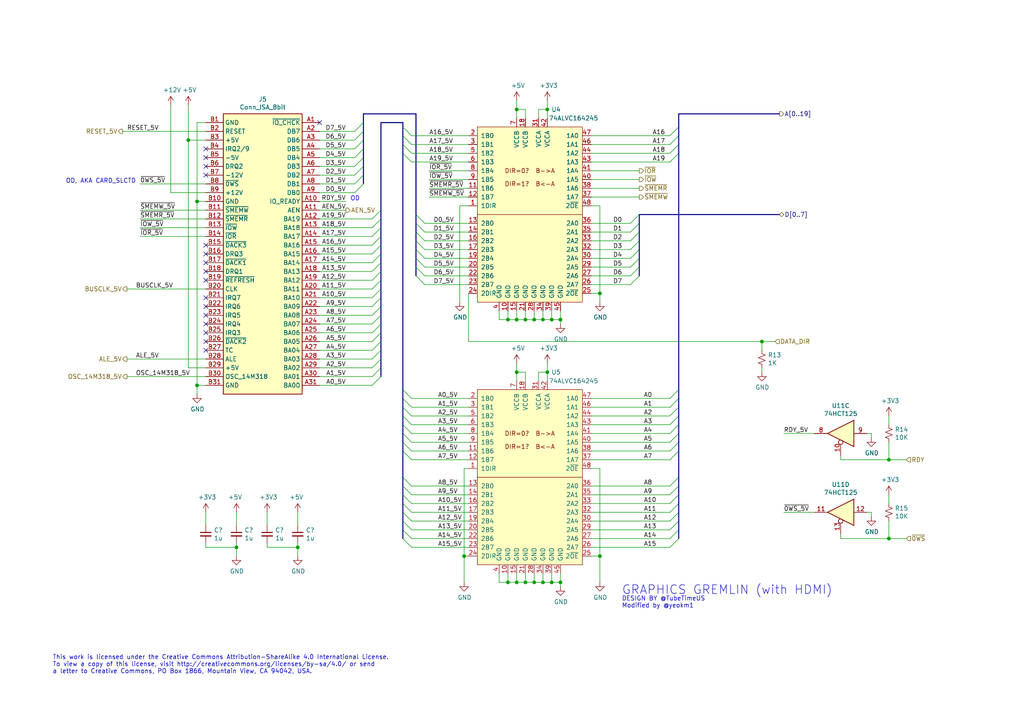
<source format=kicad_sch>
(kicad_sch (version 20230121) (generator eeschema)
  (paper "A4")
  (title_block (title "ISA Bus Interface") (date "2023-09-17") (rev "2.2"))
  (lib_symbols
    (symbol "74xx:74LS125" (pin_names (offset 1.016))
      (property "Reference" "U" (at 0 1.27 0))
      (property "Value" "74LS125" (at 0 -1.27 0))
      (symbol "74LS125_1_0"
        (polyline (pts (xy -3.81 3.81) (xy -3.81 -3.81) (xy 3.81 0) (xy -3.81 3.81)) (stroke (width 0.254)) (fill (type background)))
        (pin input inverted (at 0 -6.35 90) (length 4.445) (name "~") (number "1"))
        (pin input line (at -7.62 0 0) (length 3.81) (name "~") (number "2"))
        (pin tri_state line (at 7.62 0 180) (length 3.81) (name "~") (number "3"))
      )
      (symbol "74LS125_2_0"
        (polyline (pts (xy -3.81 3.81) (xy -3.81 -3.81) (xy 3.81 0) (xy -3.81 3.81)) (stroke (width 0.254)) (fill (type background)))
        (pin input inverted (at 0 -6.35 90) (length 4.445) (name "~") (number "4"))
        (pin input line (at -7.62 0 0) (length 3.81) (name "~") (number "5"))
        (pin tri_state line (at 7.62 0 180) (length 3.81) (name "~") (number "6"))
      )
      (symbol "74LS125_3_0"
        (polyline (pts (xy -3.81 3.81) (xy -3.81 -3.81) (xy 3.81 0) (xy -3.81 3.81)) (stroke (width 0.254)) (fill (type background)))
        (pin input inverted (at 0 -6.35 90) (length 4.445) (name "~") (number "10"))
        (pin tri_state line (at 7.62 0 180) (length 3.81) (name "~") (number "8"))
        (pin input line (at -7.62 0 0) (length 3.81) (name "~") (number "9"))
      )
      (symbol "74LS125_4_0"
        (polyline (pts (xy -3.81 3.81) (xy -3.81 -3.81) (xy 3.81 0) (xy -3.81 3.81)) (stroke (width 0.254)) (fill (type background)))
        (pin tri_state line (at 7.62 0 180) (length 3.81) (name "~") (number "11"))
        (pin input line (at -7.62 0 0) (length 3.81) (name "~") (number "12"))
        (pin input inverted (at 0 -6.35 90) (length 4.445) (name "~") (number "13"))
      )
      (symbol "74LS125_5_0"
        (pin power_in line (at 0 12.7 270) (length 5.08) (name "VCC") (number "14"))
        (pin power_in line (at 0 -12.7 90) (length 5.08) (name "GND") (number "7"))
      )
      (symbol "74LS125_5_1"
        (rectangle (start -5.08 7.62) (end 5.08 -7.62) (stroke (width 0.254)) (fill (type background)))
      )
    )
    (symbol "Device:C_Small" (pin_numbers hide) (pin_names (offset 0.254) hide)
      (property "Reference" "C" (at 0.254 1.778 0))
      (property "Value" "C_Small" (at 0.254 -2.032 0))
      (symbol "C_Small_0_1"
        (polyline (pts (xy -1.524 -0.508) (xy 1.524 -0.508)) (stroke (width 0.3302)))
        (polyline (pts (xy -1.524 0.508) (xy 1.524 0.508)) (stroke (width 0.3048)))
      )
      (symbol "C_Small_1_1"
        (pin passive line (at 0 2.54 270) (length 2.032) (name "~") (number "1"))
        (pin passive line (at 0 -2.54 90) (length 2.032) (name "~") (number "2"))
      )
    )
    (symbol "Device:R_Small_US" (pin_numbers hide) (pin_names (offset 0.254) hide)
      (property "Reference" "R" (at 0.762 0.508 0))
      (property "Value" "R_Small_US" (at 0.762 -1.016 0))
      (symbol "R_Small_US_1_1"
        (polyline (pts (xy 0 0) (xy 1.016 -0.381) (xy 0 -0.762) (xy -1.016 -1.143) (xy 0 -1.524)))
        (polyline (pts (xy 0 1.524) (xy 1.016 1.143) (xy 0 0.762) (xy -1.016 0.381) (xy 0 0)))
        (pin passive line (at 0 2.54 270) (length 1.016) (name "~") (number "1"))
        (pin passive line (at 0 -2.54 90) (length 1.016) (name "~") (number "2"))
      )
    )
    (symbol "isavideo-rescue:74ALVC164245-logic" (pin_names (offset 1.016))
      (property "Reference" "U" (at 24.13 3.81 0))
      (property "Value" "74ALVC164245-logic" (at 29.21 1.27 0))
      (symbol "74ALVC164245-logic_0_0"
        (text "DIR=0?  B->A" (at 15.24 -12.7 0) (effects (font (size 1.27 1.27))))
        (text "DIR=1?  B<-A" (at 15.24 -16.51 0) (effects (font (size 1.27 1.27))))
      )
      (symbol "74ALVC164245-logic_0_1"
        (polyline (pts (xy 0 -25.4) (xy 30.48 -25.4)))
        (rectangle (start 0 0) (end 30.48 -50.8) (fill (type background)))
      )
      (symbol "74ALVC164245-logic_1_1"
        (pin input line (at -2.54 -22.86 0) (length 2.54) (name "1DIR") (number "1"))
        (pin power_in line (at 8.89 -53.34 90) (length 2.54) (name "GND") (number "10"))
        (pin bidirectional line (at -2.54 -17.78 0) (length 2.54) (name "1B6") (number "11"))
        (pin bidirectional line (at -2.54 -20.32 0) (length 2.54) (name "1B7") (number "12"))
        (pin bidirectional line (at -2.54 -27.94 0) (length 2.54) (name "2B0") (number "13"))
        (pin bidirectional line (at -2.54 -30.48 0) (length 2.54) (name "2B1") (number "14"))
        (pin power_in line (at 11.43 -53.34 90) (length 2.54) (name "GND") (number "15"))
        (pin bidirectional line (at -2.54 -33.02 0) (length 2.54) (name "2B2") (number "16"))
        (pin bidirectional line (at -2.54 -35.56 0) (length 2.54) (name "2B3") (number "17"))
        (pin power_in line (at 13.97 2.54 270) (length 2.54) (name "VCCB") (number "18"))
        (pin bidirectional line (at -2.54 -38.1 0) (length 2.54) (name "2B4") (number "19"))
        (pin bidirectional line (at -2.54 -2.54 0) (length 2.54) (name "1B0") (number "2"))
        (pin bidirectional line (at -2.54 -40.64 0) (length 2.54) (name "2B5") (number "20"))
        (pin power_in line (at 13.97 -53.34 90) (length 2.54) (name "GND") (number "21"))
        (pin bidirectional line (at -2.54 -43.18 0) (length 2.54) (name "2B6") (number "22"))
        (pin bidirectional line (at -2.54 -45.72 0) (length 2.54) (name "2B7") (number "23"))
        (pin input line (at -2.54 -48.26 0) (length 2.54) (name "2DIR") (number "24"))
        (pin input line (at 33.02 -48.26 180) (length 2.54) (name "2~{OE}") (number "25"))
        (pin bidirectional line (at 33.02 -45.72 180) (length 2.54) (name "2A7") (number "26"))
        (pin bidirectional line (at 33.02 -43.18 180) (length 2.54) (name "2A6") (number "27"))
        (pin power_in line (at 16.51 -53.34 90) (length 2.54) (name "GND") (number "28"))
        (pin bidirectional line (at 33.02 -40.64 180) (length 2.54) (name "2A5") (number "29"))
        (pin bidirectional line (at -2.54 -5.08 0) (length 2.54) (name "1B1") (number "3"))
        (pin bidirectional line (at 33.02 -38.1 180) (length 2.54) (name "2A4") (number "30"))
        (pin power_in line (at 17.78 2.54 270) (length 2.54) (name "VCCA") (number "31"))
        (pin bidirectional line (at 33.02 -35.56 180) (length 2.54) (name "2A3") (number "32"))
        (pin bidirectional line (at 33.02 -33.02 180) (length 2.54) (name "2A2") (number "33"))
        (pin power_in line (at 19.05 -53.34 90) (length 2.54) (name "GND") (number "34"))
        (pin bidirectional line (at 33.02 -30.48 180) (length 2.54) (name "2A1") (number "35"))
        (pin bidirectional line (at 33.02 -27.94 180) (length 2.54) (name "2A0") (number "36"))
        (pin bidirectional line (at 33.02 -20.32 180) (length 2.54) (name "1A7") (number "37"))
        (pin bidirectional line (at 33.02 -17.78 180) (length 2.54) (name "1A6") (number "38"))
        (pin power_in line (at 21.59 -53.34 90) (length 2.54) (name "GND") (number "39"))
        (pin power_in line (at 6.35 -53.34 90) (length 2.54) (name "GND") (number "4"))
        (pin bidirectional line (at 33.02 -15.24 180) (length 2.54) (name "1A5") (number "40"))
        (pin bidirectional line (at 33.02 -12.7 180) (length 2.54) (name "1A4") (number "41"))
        (pin power_in line (at 20.32 2.54 270) (length 2.54) (name "VCCA") (number "42"))
        (pin bidirectional line (at 33.02 -10.16 180) (length 2.54) (name "1A3") (number "43"))
        (pin bidirectional line (at 33.02 -7.62 180) (length 2.54) (name "1A2") (number "44"))
        (pin power_in line (at 24.13 -53.34 90) (length 2.54) (name "GND") (number "45"))
        (pin bidirectional line (at 33.02 -5.08 180) (length 2.54) (name "1A1") (number "46"))
        (pin bidirectional line (at 33.02 -2.54 180) (length 2.54) (name "1A0") (number "47"))
        (pin bidirectional line (at 33.02 -22.86 180) (length 2.54) (name "2~{OE}") (number "48"))
        (pin bidirectional line (at -2.54 -7.62 0) (length 2.54) (name "1B2") (number "5"))
        (pin bidirectional line (at -2.54 -10.16 0) (length 2.54) (name "1B3") (number "6"))
        (pin power_in line (at 11.43 2.54 270) (length 2.54) (name "VCCB") (number "7"))
        (pin bidirectional line (at -2.54 -12.7 0) (length 2.54) (name "1B4") (number "8"))
        (pin bidirectional line (at -2.54 -15.24 0) (length 2.54) (name "1B5") (number "9"))
      )
    )
    (symbol "isavideo-rescue:Conn_ISA_8bit-connectors"
      (property "Reference" "J" (at 11.43 1.905 0))
      (property "Value" "Conn_ISA_8bit-connectors" (at 11.43 -82.55 0))
      (symbol "Conn_ISA_8bit-connectors_0_1"
        (rectangle (start 0 -81.28) (end 22.86 0) (stroke (width 0.254)) (fill (type background)))
      )
      (symbol "Conn_ISA_8bit-connectors_1_1"
        (pin passive line (at 27.94 -2.54 180) (length 5.08) (name "~{IO_CHCK}") (number "A1"))
        (pin passive line (at 27.94 -25.4 180) (length 5.08) (name "IO_READY") (number "A10"))
        (pin output line (at 27.94 -27.94 180) (length 5.08) (name "AEN") (number "A11"))
        (pin tri_state line (at 27.94 -30.48 180) (length 5.08) (name "BA19") (number "A12"))
        (pin tri_state line (at 27.94 -33.02 180) (length 5.08) (name "BA18") (number "A13"))
        (pin tri_state line (at 27.94 -35.56 180) (length 5.08) (name "BA17") (number "A14"))
        (pin tri_state line (at 27.94 -38.1 180) (length 5.08) (name "BA16") (number "A15"))
        (pin tri_state line (at 27.94 -40.64 180) (length 5.08) (name "BA15") (number "A16"))
        (pin tri_state line (at 27.94 -43.18 180) (length 5.08) (name "BA14") (number "A17"))
        (pin tri_state line (at 27.94 -45.72 180) (length 5.08) (name "BA13") (number "A18"))
        (pin tri_state line (at 27.94 -48.26 180) (length 5.08) (name "BA12") (number "A19"))
        (pin tri_state line (at 27.94 -5.08 180) (length 5.08) (name "DB7") (number "A2"))
        (pin tri_state line (at 27.94 -50.8 180) (length 5.08) (name "BA11") (number "A20"))
        (pin tri_state line (at 27.94 -53.34 180) (length 5.08) (name "BA10") (number "A21"))
        (pin tri_state line (at 27.94 -55.88 180) (length 5.08) (name "BA09") (number "A22"))
        (pin tri_state line (at 27.94 -58.42 180) (length 5.08) (name "BA08") (number "A23"))
        (pin tri_state line (at 27.94 -60.96 180) (length 5.08) (name "BA07") (number "A24"))
        (pin tri_state line (at 27.94 -63.5 180) (length 5.08) (name "BA06") (number "A25"))
        (pin tri_state line (at 27.94 -66.04 180) (length 5.08) (name "BA05") (number "A26"))
        (pin tri_state line (at 27.94 -68.58 180) (length 5.08) (name "BA04") (number "A27"))
        (pin tri_state line (at 27.94 -71.12 180) (length 5.08) (name "BA03") (number "A28"))
        (pin tri_state line (at 27.94 -73.66 180) (length 5.08) (name "BA02") (number "A29"))
        (pin tri_state line (at 27.94 -7.62 180) (length 5.08) (name "DB6") (number "A3"))
        (pin tri_state line (at 27.94 -76.2 180) (length 5.08) (name "BA01") (number "A30"))
        (pin tri_state line (at 27.94 -78.74 180) (length 5.08) (name "BA00") (number "A31"))
        (pin tri_state line (at 27.94 -10.16 180) (length 5.08) (name "DB5") (number "A4"))
        (pin tri_state line (at 27.94 -12.7 180) (length 5.08) (name "DB4") (number "A5"))
        (pin tri_state line (at 27.94 -15.24 180) (length 5.08) (name "DB3") (number "A6"))
        (pin tri_state line (at 27.94 -17.78 180) (length 5.08) (name "DB2") (number "A7"))
        (pin tri_state line (at 27.94 -20.32 180) (length 5.08) (name "DB1") (number "A8"))
        (pin tri_state line (at 27.94 -22.86 180) (length 5.08) (name "DB0") (number "A9"))
        (pin power_out line (at -5.08 -2.54 0) (length 5.08) (name "GND") (number "B1"))
        (pin power_in line (at -5.08 -25.4 0) (length 5.08) (name "GND") (number "B10"))
        (pin output line (at -5.08 -27.94 0) (length 5.08) (name "~{SMEMW}") (number "B11"))
        (pin output line (at -5.08 -30.48 0) (length 5.08) (name "~{SMEMR}") (number "B12"))
        (pin output line (at -5.08 -33.02 0) (length 5.08) (name "~{IOW}") (number "B13"))
        (pin output line (at -5.08 -35.56 0) (length 5.08) (name "~{IOR}") (number "B14"))
        (pin passive line (at -5.08 -38.1 0) (length 5.08) (name "~{DACK3}") (number "B15"))
        (pin passive line (at -5.08 -40.64 0) (length 5.08) (name "DRQ3") (number "B16"))
        (pin passive line (at -5.08 -43.18 0) (length 5.08) (name "~{DACK1}") (number "B17"))
        (pin passive line (at -5.08 -45.72 0) (length 5.08) (name "DRQ1") (number "B18"))
        (pin passive line (at -5.08 -48.26 0) (length 5.08) (name "~{REFRESH}") (number "B19"))
        (pin output line (at -5.08 -5.08 0) (length 5.08) (name "RESET") (number "B2"))
        (pin output line (at -5.08 -50.8 0) (length 5.08) (name "CLK") (number "B20"))
        (pin passive line (at -5.08 -53.34 0) (length 5.08) (name "IRQ7") (number "B21"))
        (pin passive line (at -5.08 -55.88 0) (length 5.08) (name "IRQ6") (number "B22"))
        (pin passive line (at -5.08 -58.42 0) (length 5.08) (name "IRQ5") (number "B23"))
        (pin passive line (at -5.08 -60.96 0) (length 5.08) (name "IRQ4") (number "B24"))
        (pin passive line (at -5.08 -63.5 0) (length 5.08) (name "IRQ3") (number "B25"))
        (pin passive line (at -5.08 -66.04 0) (length 5.08) (name "~{DACK2}") (number "B26"))
        (pin passive line (at -5.08 -68.58 0) (length 5.08) (name "TC") (number "B27"))
        (pin output line (at -5.08 -71.12 0) (length 5.08) (name "ALE") (number "B28"))
        (pin power_in line (at -5.08 -73.66 0) (length 5.08) (name "+5V") (number "B29"))
        (pin power_out line (at -5.08 -7.62 0) (length 5.08) (name "+5V") (number "B3"))
        (pin output line (at -5.08 -76.2 0) (length 5.08) (name "OSC_14M318") (number "B30"))
        (pin power_in line (at -5.08 -78.74 0) (length 5.08) (name "GND") (number "B31"))
        (pin passive line (at -5.08 -10.16 0) (length 5.08) (name "IRQ2/9") (number "B4"))
        (pin power_out line (at -5.08 -12.7 0) (length 5.08) (name "-5V") (number "B5"))
        (pin passive line (at -5.08 -15.24 0) (length 5.08) (name "DRQ2") (number "B6"))
        (pin power_out line (at -5.08 -17.78 0) (length 5.08) (name "-12V") (number "B7"))
        (pin passive line (at -5.08 -20.32 0) (length 5.08) (name "~{0WS}") (number "B8"))
        (pin power_out line (at -5.08 -22.86 0) (length 5.08) (name "+12V") (number "B9"))
      )
    )
    (symbol "power:+12V" (power) (pin_names (offset 0))
      (property "Value" "+12V" (at 0 3.556 0))
      (symbol "+12V_0_1"
        (polyline (pts (xy -0.762 1.27) (xy 0 2.54)))
        (polyline (pts (xy 0 0) (xy 0 2.54)))
        (polyline (pts (xy 0 2.54) (xy 0.762 1.27)))
      )
      (symbol "+12V_1_1"
        (pin power_in line (at 0 0 90) (length 0) hide (name "+12V") (number "1"))
      )
    )
    (symbol "power:+3V3" (power) (pin_names (offset 0))
      (property "Value" "+3V3" (at 0 3.556 0))
      (symbol "+3V3_0_1"
        (polyline (pts (xy -0.762 1.27) (xy 0 2.54)))
        (polyline (pts (xy 0 0) (xy 0 2.54)))
        (polyline (pts (xy 0 2.54) (xy 0.762 1.27)))
      )
      (symbol "+3V3_1_1"
        (pin power_in line (at 0 0 90) (length 0) hide (name "+3V3") (number "1"))
      )
    )
    (symbol "power:+5V" (power) (pin_names (offset 0))
      (property "Value" "+5V" (at 0 3.556 0))
      (symbol "+5V_0_1"
        (polyline (pts (xy -0.762 1.27) (xy 0 2.54)))
        (polyline (pts (xy 0 0) (xy 0 2.54)))
        (polyline (pts (xy 0 2.54) (xy 0.762 1.27)))
      )
      (symbol "+5V_1_1"
        (pin power_in line (at 0 0 90) (length 0) hide (name "+5V") (number "1"))
      )
    )
    (symbol "power:GND" (power) (pin_names (offset 0))
      (property "Value" "GND" (at 0 -3.81 0))
      (symbol "GND_0_1"
        (polyline (pts (xy 0 0) (xy 0 -1.27) (xy 1.27 -1.27) (xy 0 -2.54) (xy -1.27 -1.27) (xy 0 -1.27)))
      )
      (symbol "GND_1_1"
        (pin power_in line (at 0 0 270) (length 0) hide (name "GND") (number "1"))
      )
    )
  )
  (junction (at 149.86 168.91))
  (junction (at 257.81 156.21))
  (junction (at 160.02 92.71))
  (junction (at 147.32 92.71))
  (junction (at 162.56 92.71))
  (junction (at 220.98 99.06))
  (junction (at 152.4 168.91))
  (junction (at 154.94 168.91))
  (junction (at 134.62 161.29))
  (junction (at 149.86 107.95))
  (junction (at 162.56 168.91))
  (junction (at 158.75 31.75))
  (junction (at 57.15 111.76))
  (junction (at 257.81 133.35))
  (junction (at 152.4 92.71))
  (junction (at 173.99 85.09))
  (junction (at 68.58 158.75))
  (junction (at 173.99 161.29))
  (junction (at 54.61 40.64))
  (junction (at 154.94 92.71))
  (junction (at 147.32 168.91))
  (junction (at 160.02 168.91))
  (junction (at 157.48 92.71))
  (junction (at 57.15 58.42))
  (junction (at 86.36 158.75))
  (junction (at 149.86 92.71))
  (junction (at 157.48 168.91))
  (junction (at 149.86 31.75))
  (junction (at 158.75 107.95))
  (no_connect (at 59.69 88.9))
  (no_connect (at 59.69 93.98))
  (no_connect (at 59.69 48.26))
  (no_connect (at 59.69 50.8))
  (no_connect (at 92.71 35.56))
  (no_connect (at 59.69 96.52))
  (no_connect (at 59.69 76.2))
  (no_connect (at 59.69 73.66))
  (no_connect (at 59.69 45.72))
  (no_connect (at 59.69 99.06))
  (no_connect (at 59.69 43.18))
  (no_connect (at 59.69 101.6))
  (no_connect (at 59.69 91.44))
  (no_connect (at 59.69 86.36))
  (no_connect (at 59.69 71.12))
  (no_connect (at 59.69 78.74))
  (no_connect (at 59.69 81.28))
  (bus_entry (at 119.38 151.13) (size -2.54 -2.54))
  (bus_entry (at 182.88 72.39) (size 2.54 -2.54))
  (bus_entry (at 182.88 77.47) (size 2.54 -2.54))
  (bus_entry (at 194.31 41.91) (size 2.54 -2.54))
  (bus_entry (at 182.88 82.55) (size 2.54 -2.54))
  (bus_entry (at 182.88 67.31) (size 2.54 -2.54))
  (bus_entry (at 107.95 81.28) (size 2.54 -2.54))
  (bus_entry (at 194.31 153.67) (size 2.54 -2.54))
  (bus_entry (at 194.31 151.13) (size 2.54 -2.54))
  (bus_entry (at 107.95 96.52) (size 2.54 -2.54))
  (bus_entry (at 102.87 38.1) (size 2.54 -2.54))
  (bus_entry (at 120.65 64.77) (size 2.54 2.54))
  (bus_entry (at 194.31 39.37) (size 2.54 -2.54))
  (bus_entry (at 194.31 158.75) (size 2.54 -2.54))
  (bus_entry (at 194.31 118.11) (size 2.54 -2.54))
  (bus_entry (at 194.31 156.21) (size 2.54 -2.54))
  (bus_entry (at 107.95 71.12) (size 2.54 -2.54))
  (bus_entry (at 107.95 111.76) (size 2.54 -2.54))
  (bus_entry (at 194.31 128.27) (size 2.54 -2.54))
  (bus_entry (at 120.65 67.31) (size 2.54 2.54))
  (bus_entry (at 119.38 148.59) (size -2.54 -2.54))
  (bus_entry (at 182.88 80.01) (size 2.54 -2.54))
  (bus_entry (at 119.38 156.21) (size -2.54 -2.54))
  (bus_entry (at 119.38 130.81) (size -2.54 -2.54))
  (bus_entry (at 194.31 148.59) (size 2.54 -2.54))
  (bus_entry (at 120.65 69.85) (size 2.54 2.54))
  (bus_entry (at 194.31 133.35) (size 2.54 -2.54))
  (bus_entry (at 194.31 123.19) (size 2.54 -2.54))
  (bus_entry (at 119.38 118.11) (size -2.54 -2.54))
  (bus_entry (at 182.88 74.93) (size 2.54 -2.54))
  (bus_entry (at 120.65 74.93) (size 2.54 2.54))
  (bus_entry (at 194.31 146.05) (size 2.54 -2.54))
  (bus_entry (at 119.38 158.75) (size -2.54 -2.54))
  (bus_entry (at 120.65 77.47) (size 2.54 2.54))
  (bus_entry (at 102.87 40.64) (size 2.54 -2.54))
  (bus_entry (at 107.95 86.36) (size 2.54 -2.54))
  (bus_entry (at 194.31 115.57) (size 2.54 -2.54))
  (bus_entry (at 107.95 68.58) (size 2.54 -2.54))
  (bus_entry (at 119.38 115.57) (size -2.54 -2.54))
  (bus_entry (at 119.38 125.73) (size -2.54 -2.54))
  (bus_entry (at 107.95 63.5) (size 2.54 -2.54))
  (bus_entry (at 194.31 120.65) (size 2.54 -2.54))
  (bus_entry (at 107.95 109.22) (size 2.54 -2.54))
  (bus_entry (at 119.38 123.19) (size -2.54 -2.54))
  (bus_entry (at 107.95 83.82) (size 2.54 -2.54))
  (bus_entry (at 119.38 146.05) (size -2.54 -2.54))
  (bus_entry (at 107.95 93.98) (size 2.54 -2.54))
  (bus_entry (at 194.31 46.99) (size 2.54 -2.54))
  (bus_entry (at 194.31 140.97) (size 2.54 -2.54))
  (bus_entry (at 120.65 80.01) (size 2.54 2.54))
  (bus_entry (at 107.95 73.66) (size 2.54 -2.54))
  (bus_entry (at 107.95 104.14) (size 2.54 -2.54))
  (bus_entry (at 120.65 72.39) (size 2.54 2.54))
  (bus_entry (at 102.87 48.26) (size 2.54 -2.54))
  (bus_entry (at 119.38 133.35) (size -2.54 -2.54))
  (bus_entry (at 102.87 50.8) (size 2.54 -2.54))
  (bus_entry (at 116.84 36.83) (size 2.54 2.54))
  (bus_entry (at 119.38 128.27) (size -2.54 -2.54))
  (bus_entry (at 119.38 140.97) (size -2.54 -2.54))
  (bus_entry (at 116.84 41.91) (size 2.54 2.54))
  (bus_entry (at 107.95 66.04) (size 2.54 -2.54))
  (bus_entry (at 116.84 44.45) (size 2.54 2.54))
  (bus_entry (at 102.87 45.72) (size 2.54 -2.54))
  (bus_entry (at 107.95 78.74) (size 2.54 -2.54))
  (bus_entry (at 102.87 55.88) (size 2.54 -2.54))
  (bus_entry (at 107.95 88.9) (size 2.54 -2.54))
  (bus_entry (at 116.84 39.37) (size 2.54 2.54))
  (bus_entry (at 107.95 106.68) (size 2.54 -2.54))
  (bus_entry (at 107.95 101.6) (size 2.54 -2.54))
  (bus_entry (at 194.31 125.73) (size 2.54 -2.54))
  (bus_entry (at 107.95 91.44) (size 2.54 -2.54))
  (bus_entry (at 182.88 69.85) (size 2.54 -2.54))
  (bus_entry (at 107.95 76.2) (size 2.54 -2.54))
  (bus_entry (at 194.31 143.51) (size 2.54 -2.54))
  (bus_entry (at 182.88 64.77) (size 2.54 -2.54))
  (bus_entry (at 107.95 99.06) (size 2.54 -2.54))
  (bus_entry (at 102.87 53.34) (size 2.54 -2.54))
  (bus_entry (at 194.31 130.81) (size 2.54 -2.54))
  (bus_entry (at 119.38 153.67) (size -2.54 -2.54))
  (bus_entry (at 194.31 44.45) (size 2.54 -2.54))
  (bus_entry (at 119.38 120.65) (size -2.54 -2.54))
  (bus_entry (at 120.65 62.23) (size 2.54 2.54))
  (bus_entry (at 102.87 43.18) (size 2.54 -2.54))
  (bus_entry (at 119.38 143.51) (size -2.54 -2.54))
  (bus (pts (xy 116.84 143.51) (xy 116.84 146.05)))
  (wire (pts (xy 173.99 161.29) (xy 173.99 168.91)))
  (wire (pts (xy 173.99 161.29) (xy 171.45 161.29)))
  (wire (pts (xy 77.47 152.4) (xy 77.47 148.59)))
  (wire (pts (xy 107.95 78.74) (xy 92.71 78.74)))
  (wire (pts (xy 59.69 152.4) (xy 59.69 148.59)))
  (wire (pts (xy 135.89 120.65) (xy 119.38 120.65)))
  (wire (pts (xy 243.84 132.08) (xy 243.84 133.35)))
  (bus (pts (xy 105.41 45.72) (xy 105.41 48.26)))
  (bus (pts (xy 196.85 148.59) (xy 196.85 151.13)))
  (wire (pts (xy 152.4 107.95) (xy 149.86 107.95)))
  (bus (pts (xy 196.85 118.11) (xy 196.85 120.65)))
  (bus (pts (xy 116.84 125.73) (xy 116.84 128.27)))
  (bus (pts (xy 116.84 35.56) (xy 116.84 36.83)))
  (bus (pts (xy 196.85 153.67) (xy 196.85 156.21)))
  (wire (pts (xy 171.45 44.45) (xy 194.31 44.45)))
  (wire (pts (xy 59.69 38.1) (xy 35.56 38.1)))
  (bus (pts (xy 116.84 41.91) (xy 116.84 44.45)))
  (wire (pts (xy 162.56 168.91) (xy 162.56 170.18)))
  (bus (pts (xy 196.85 125.73) (xy 196.85 128.27)))
  (bus (pts (xy 185.42 69.85) (xy 185.42 72.39)))
  (wire (pts (xy 171.45 46.99) (xy 194.31 46.99)))
  (bus (pts (xy 110.49 78.74) (xy 110.49 81.28)))
  (wire (pts (xy 157.48 166.37) (xy 157.48 168.91)))
  (wire (pts (xy 57.15 111.76) (xy 57.15 58.42)))
  (wire (pts (xy 135.89 52.07) (xy 124.46 52.07)))
  (wire (pts (xy 92.71 86.36) (xy 107.95 86.36)))
  (wire (pts (xy 236.22 125.73) (xy 227.33 125.73)))
  (wire (pts (xy 59.69 104.14) (xy 36.83 104.14)))
  (wire (pts (xy 171.45 153.67) (xy 194.31 153.67)))
  (wire (pts (xy 135.89 128.27) (xy 119.38 128.27)))
  (wire (pts (xy 135.89 125.73) (xy 119.38 125.73)))
  (wire (pts (xy 171.45 120.65) (xy 194.31 120.65)))
  (wire (pts (xy 257.81 120.65) (xy 257.81 123.19)))
  (wire (pts (xy 59.69 157.48) (xy 59.69 158.75)))
  (wire (pts (xy 257.81 151.13) (xy 257.81 156.21)))
  (wire (pts (xy 92.71 45.72) (xy 102.87 45.72)))
  (wire (pts (xy 220.98 106.68) (xy 220.98 107.95)))
  (wire (pts (xy 171.45 41.91) (xy 194.31 41.91)))
  (wire (pts (xy 124.46 49.53) (xy 135.89 49.53)))
  (wire (pts (xy 149.86 92.71) (xy 152.4 92.71)))
  (wire (pts (xy 57.15 58.42) (xy 59.69 58.42)))
  (wire (pts (xy 135.89 130.81) (xy 119.38 130.81)))
  (wire (pts (xy 40.64 66.04) (xy 59.69 66.04)))
  (wire (pts (xy 149.86 166.37) (xy 149.86 168.91)))
  (wire (pts (xy 171.45 54.61) (xy 185.42 54.61)))
  (bus (pts (xy 185.42 62.23) (xy 226.06 62.23)))
  (bus (pts (xy 196.85 138.43) (xy 196.85 140.97)))
  (wire (pts (xy 49.53 30.48) (xy 49.53 55.88)))
  (wire (pts (xy 135.89 153.67) (xy 119.38 153.67)))
  (bus (pts (xy 116.84 44.45) (xy 116.84 113.03)))
  (wire (pts (xy 144.78 166.37) (xy 144.78 168.91)))
  (wire (pts (xy 156.21 31.75) (xy 156.21 34.29)))
  (bus (pts (xy 110.49 83.82) (xy 110.49 86.36)))
  (wire (pts (xy 135.89 118.11) (xy 119.38 118.11)))
  (bus (pts (xy 110.49 35.56) (xy 116.84 35.56)))
  (wire (pts (xy 162.56 92.71) (xy 162.56 93.98)))
  (wire (pts (xy 59.69 158.75) (xy 68.58 158.75)))
  (bus (pts (xy 116.84 118.11) (xy 116.84 120.65)))
  (wire (pts (xy 160.02 166.37) (xy 160.02 168.91)))
  (wire (pts (xy 92.71 101.6) (xy 107.95 101.6)))
  (wire (pts (xy 156.21 107.95) (xy 156.21 110.49)))
  (wire (pts (xy 158.75 105.41) (xy 158.75 107.95)))
  (bus (pts (xy 110.49 88.9) (xy 110.49 91.44)))
  (wire (pts (xy 135.89 135.89) (xy 134.62 135.89)))
  (wire (pts (xy 135.89 158.75) (xy 119.38 158.75)))
  (bus (pts (xy 120.65 77.47) (xy 120.65 80.01)))
  (wire (pts (xy 171.45 135.89) (xy 173.99 135.89)))
  (wire (pts (xy 171.45 57.15) (xy 185.42 57.15)))
  (wire (pts (xy 92.71 96.52) (xy 107.95 96.52)))
  (bus (pts (xy 196.85 39.37) (xy 196.85 41.91)))
  (wire (pts (xy 154.94 168.91) (xy 157.48 168.91)))
  (bus (pts (xy 116.84 123.19) (xy 116.84 125.73)))
  (wire (pts (xy 149.86 168.91) (xy 152.4 168.91)))
  (wire (pts (xy 135.89 77.47) (xy 123.19 77.47)))
  (wire (pts (xy 135.89 67.31) (xy 123.19 67.31)))
  (bus (pts (xy 185.42 74.93) (xy 185.42 77.47)))
  (wire (pts (xy 147.32 168.91) (xy 149.86 168.91)))
  (wire (pts (xy 135.89 140.97) (xy 119.38 140.97)))
  (wire (pts (xy 92.71 66.04) (xy 107.95 66.04)))
  (wire (pts (xy 144.78 92.71) (xy 147.32 92.71)))
  (wire (pts (xy 171.45 133.35) (xy 194.31 133.35)))
  (wire (pts (xy 107.95 93.98) (xy 92.71 93.98)))
  (wire (pts (xy 236.22 148.59) (xy 227.33 148.59)))
  (wire (pts (xy 171.45 39.37) (xy 194.31 39.37)))
  (wire (pts (xy 107.95 63.5) (xy 92.71 63.5)))
  (wire (pts (xy 171.45 115.57) (xy 194.31 115.57)))
  (wire (pts (xy 152.4 92.71) (xy 154.94 92.71)))
  (bus (pts (xy 196.85 113.03) (xy 196.85 115.57)))
  (wire (pts (xy 152.4 31.75) (xy 149.86 31.75)))
  (wire (pts (xy 135.89 80.01) (xy 123.19 80.01)))
  (wire (pts (xy 171.45 143.51) (xy 194.31 143.51)))
  (wire (pts (xy 135.89 161.29) (xy 134.62 161.29)))
  (wire (pts (xy 92.71 76.2) (xy 107.95 76.2)))
  (bus (pts (xy 105.41 43.18) (xy 105.41 45.72)))
  (wire (pts (xy 220.98 101.6) (xy 220.98 99.06)))
  (wire (pts (xy 135.89 85.09) (xy 135.89 99.06)))
  (bus (pts (xy 110.49 76.2) (xy 110.49 78.74)))
  (wire (pts (xy 92.71 55.88) (xy 102.87 55.88)))
  (wire (pts (xy 154.94 166.37) (xy 154.94 168.91)))
  (bus (pts (xy 110.49 66.04) (xy 110.49 68.58)))
  (bus (pts (xy 196.85 151.13) (xy 196.85 153.67)))
  (wire (pts (xy 171.45 146.05) (xy 194.31 146.05)))
  (bus (pts (xy 105.41 33.02) (xy 105.41 35.56)))
  (bus (pts (xy 120.65 69.85) (xy 120.65 72.39)))
  (wire (pts (xy 57.15 111.76) (xy 59.69 111.76)))
  (wire (pts (xy 171.45 77.47) (xy 182.88 77.47)))
  (wire (pts (xy 158.75 107.95) (xy 156.21 107.95)))
  (bus (pts (xy 116.84 138.43) (xy 116.84 140.97)))
  (bus (pts (xy 110.49 35.56) (xy 110.49 60.96)))
  (wire (pts (xy 147.32 166.37) (xy 147.32 168.91)))
  (wire (pts (xy 54.61 30.48) (xy 54.61 40.64)))
  (wire (pts (xy 133.35 59.69) (xy 133.35 87.63)))
  (bus (pts (xy 110.49 63.5) (xy 110.49 66.04)))
  (bus (pts (xy 110.49 71.12) (xy 110.49 73.66)))
  (wire (pts (xy 102.87 53.34) (xy 92.71 53.34)))
  (wire (pts (xy 54.61 40.64) (xy 59.69 40.64)))
  (bus (pts (xy 196.85 41.91) (xy 196.85 44.45)))
  (bus (pts (xy 110.49 99.06) (xy 110.49 101.6)))
  (wire (pts (xy 157.48 92.71) (xy 160.02 92.71)))
  (wire (pts (xy 135.89 41.91) (xy 119.38 41.91)))
  (wire (pts (xy 57.15 58.42) (xy 57.15 35.56)))
  (bus (pts (xy 196.85 115.57) (xy 196.85 118.11)))
  (wire (pts (xy 171.45 128.27) (xy 194.31 128.27)))
  (wire (pts (xy 257.81 133.35) (xy 262.89 133.35)))
  (bus (pts (xy 116.84 39.37) (xy 116.84 41.91)))
  (wire (pts (xy 149.86 107.95) (xy 149.86 105.41)))
  (wire (pts (xy 92.71 58.42) (xy 100.33 58.42)))
  (wire (pts (xy 243.84 133.35) (xy 257.81 133.35)))
  (wire (pts (xy 149.86 107.95) (xy 149.86 110.49)))
  (wire (pts (xy 158.75 29.21) (xy 158.75 31.75)))
  (wire (pts (xy 257.81 156.21) (xy 262.89 156.21)))
  (wire (pts (xy 68.58 148.59) (xy 68.58 152.4)))
  (wire (pts (xy 171.45 85.09) (xy 173.99 85.09)))
  (wire (pts (xy 171.45 158.75) (xy 194.31 158.75)))
  (bus (pts (xy 196.85 146.05) (xy 196.85 148.59)))
  (wire (pts (xy 92.71 50.8) (xy 102.87 50.8)))
  (wire (pts (xy 107.95 88.9) (xy 92.71 88.9)))
  (wire (pts (xy 92.71 106.68) (xy 107.95 106.68)))
  (wire (pts (xy 171.45 59.69) (xy 173.99 59.69)))
  (wire (pts (xy 149.86 31.75) (xy 149.86 29.21)))
  (wire (pts (xy 107.95 109.22) (xy 92.71 109.22)))
  (wire (pts (xy 135.89 146.05) (xy 119.38 146.05)))
  (wire (pts (xy 102.87 43.18) (xy 92.71 43.18)))
  (bus (pts (xy 120.65 74.93) (xy 120.65 77.47)))
  (wire (pts (xy 144.78 90.17) (xy 144.78 92.71)))
  (wire (pts (xy 107.95 104.14) (xy 92.71 104.14)))
  (bus (pts (xy 116.84 120.65) (xy 116.84 123.19)))
  (wire (pts (xy 257.81 146.05) (xy 257.81 143.51)))
  (bus (pts (xy 120.65 62.23) (xy 120.65 64.77)))
  (wire (pts (xy 119.38 39.37) (xy 135.89 39.37)))
  (wire (pts (xy 194.31 125.73) (xy 171.45 125.73)))
  (wire (pts (xy 149.86 90.17) (xy 149.86 92.71)))
  (bus (pts (xy 196.85 123.19) (xy 196.85 125.73)))
  (bus (pts (xy 185.42 67.31) (xy 185.42 69.85)))
  (wire (pts (xy 135.89 115.57) (xy 119.38 115.57)))
  (wire (pts (xy 158.75 31.75) (xy 158.75 34.29)))
  (wire (pts (xy 152.4 168.91) (xy 154.94 168.91)))
  (wire (pts (xy 59.69 63.5) (xy 40.64 63.5)))
  (wire (pts (xy 154.94 90.17) (xy 154.94 92.71)))
  (wire (pts (xy 119.38 44.45) (xy 135.89 44.45)))
  (bus (pts (xy 185.42 62.23) (xy 185.42 64.77)))
  (wire (pts (xy 243.84 154.94) (xy 243.84 156.21)))
  (wire (pts (xy 171.45 80.01) (xy 182.88 80.01)))
  (wire (pts (xy 135.89 46.99) (xy 119.38 46.99)))
  (wire (pts (xy 194.31 151.13) (xy 171.45 151.13)))
  (wire (pts (xy 59.69 60.96) (xy 40.64 60.96)))
  (bus (pts (xy 110.49 81.28) (xy 110.49 83.82)))
  (bus (pts (xy 116.84 146.05) (xy 116.84 148.59)))
  (wire (pts (xy 86.36 148.59) (xy 86.36 152.4)))
  (wire (pts (xy 54.61 106.68) (xy 59.69 106.68)))
  (wire (pts (xy 92.71 40.64) (xy 102.87 40.64)))
  (bus (pts (xy 196.85 44.45) (xy 196.85 113.03)))
  (wire (pts (xy 152.4 107.95) (xy 152.4 110.49)))
  (bus (pts (xy 110.49 73.66) (xy 110.49 76.2)))
  (wire (pts (xy 92.71 60.96) (xy 100.33 60.96)))
  (wire (pts (xy 171.45 52.07) (xy 185.42 52.07)))
  (bus (pts (xy 116.84 151.13) (xy 116.84 153.67)))
  (bus (pts (xy 110.49 60.96) (xy 110.49 63.5)))
  (wire (pts (xy 160.02 92.71) (xy 162.56 92.71)))
  (wire (pts (xy 107.95 73.66) (xy 92.71 73.66)))
  (bus (pts (xy 110.49 106.68) (xy 110.49 109.22)))
  (wire (pts (xy 102.87 48.26) (xy 92.71 48.26)))
  (wire (pts (xy 171.45 72.39) (xy 182.88 72.39)))
  (wire (pts (xy 135.89 72.39) (xy 123.19 72.39)))
  (bus (pts (xy 196.85 33.02) (xy 196.85 36.83)))
  (bus (pts (xy 196.85 140.97) (xy 196.85 143.51)))
  (wire (pts (xy 171.45 49.53) (xy 185.42 49.53)))
  (wire (pts (xy 68.58 158.75) (xy 68.58 161.29)))
  (wire (pts (xy 68.58 157.48) (xy 68.58 158.75)))
  (wire (pts (xy 135.89 123.19) (xy 119.38 123.19)))
  (wire (pts (xy 182.88 74.93) (xy 171.45 74.93)))
  (wire (pts (xy 171.45 67.31) (xy 182.88 67.31)))
  (wire (pts (xy 59.69 53.34) (xy 40.64 53.34)))
  (wire (pts (xy 171.45 148.59) (xy 194.31 148.59)))
  (bus (pts (xy 196.85 130.81) (xy 196.85 138.43)))
  (wire (pts (xy 102.87 38.1) (xy 92.71 38.1)))
  (wire (pts (xy 147.32 92.71) (xy 149.86 92.71)))
  (bus (pts (xy 185.42 64.77) (xy 185.42 67.31)))
  (bus (pts (xy 196.85 120.65) (xy 196.85 123.19)))
  (bus (pts (xy 110.49 86.36) (xy 110.49 88.9)))
  (bus (pts (xy 116.84 130.81) (xy 116.84 138.43)))
  (wire (pts (xy 135.89 74.93) (xy 123.19 74.93)))
  (wire (pts (xy 135.89 64.77) (xy 123.19 64.77)))
  (wire (pts (xy 257.81 128.27) (xy 257.81 133.35)))
  (wire (pts (xy 135.89 148.59) (xy 119.38 148.59)))
  (bus (pts (xy 120.65 64.77) (xy 120.65 67.31)))
  (bus (pts (xy 105.41 50.8) (xy 105.41 53.34)))
  (wire (pts (xy 54.61 40.64) (xy 54.61 106.68)))
  (wire (pts (xy 40.64 68.58) (xy 59.69 68.58)))
  (wire (pts (xy 152.4 90.17) (xy 152.4 92.71)))
  (wire (pts (xy 173.99 59.69) (xy 173.99 85.09)))
  (wire (pts (xy 107.95 83.82) (xy 92.71 83.82)))
  (bus (pts (xy 110.49 96.52) (xy 110.49 99.06)))
  (wire (pts (xy 59.69 83.82) (xy 36.83 83.82)))
  (bus (pts (xy 110.49 104.14) (xy 110.49 106.68)))
  (wire (pts (xy 173.99 85.09) (xy 173.99 87.63)))
  (wire (pts (xy 135.89 59.69) (xy 133.35 59.69)))
  (wire (pts (xy 252.73 148.59) (xy 252.73 149.86)))
  (wire (pts (xy 92.71 111.76) (xy 107.95 111.76)))
  (wire (pts (xy 160.02 168.91) (xy 162.56 168.91)))
  (wire (pts (xy 135.89 143.51) (xy 119.38 143.51)))
  (bus (pts (xy 185.42 77.47) (xy 185.42 80.01)))
  (bus (pts (xy 105.41 35.56) (xy 105.41 38.1)))
  (wire (pts (xy 171.45 123.19) (xy 194.31 123.19)))
  (wire (pts (xy 157.48 168.91) (xy 160.02 168.91)))
  (bus (pts (xy 116.84 128.27) (xy 116.84 130.81)))
  (wire (pts (xy 57.15 35.56) (xy 59.69 35.56)))
  (wire (pts (xy 144.78 168.91) (xy 147.32 168.91)))
  (bus (pts (xy 120.65 33.02) (xy 105.41 33.02)))
  (bus (pts (xy 196.85 128.27) (xy 196.85 130.81)))
  (wire (pts (xy 162.56 92.71) (xy 162.56 90.17)))
  (wire (pts (xy 171.45 64.77) (xy 182.88 64.77)))
  (wire (pts (xy 251.46 148.59) (xy 252.73 148.59)))
  (bus (pts (xy 110.49 91.44) (xy 110.49 93.98)))
  (wire (pts (xy 57.15 111.76) (xy 57.15 114.3)))
  (wire (pts (xy 152.4 31.75) (xy 152.4 34.29)))
  (wire (pts (xy 171.45 140.97) (xy 194.31 140.97)))
  (bus (pts (xy 185.42 72.39) (xy 185.42 74.93)))
  (wire (pts (xy 135.89 69.85) (xy 123.19 69.85)))
  (wire (pts (xy 107.95 68.58) (xy 92.71 68.58)))
  (wire (pts (xy 160.02 90.17) (xy 160.02 92.71)))
  (wire (pts (xy 92.71 91.44) (xy 107.95 91.44)))
  (bus (pts (xy 105.41 38.1) (xy 105.41 40.64)))
  (bus (pts (xy 105.41 40.64) (xy 105.41 43.18)))
  (wire (pts (xy 86.36 158.75) (xy 86.36 161.29)))
  (wire (pts (xy 92.71 71.12) (xy 107.95 71.12)))
  (wire (pts (xy 173.99 135.89) (xy 173.99 161.29)))
  (wire (pts (xy 135.89 82.55) (xy 123.19 82.55)))
  (wire (pts (xy 171.45 118.11) (xy 194.31 118.11)))
  (wire (pts (xy 171.45 69.85) (xy 182.88 69.85)))
  (wire (pts (xy 134.62 135.89) (xy 134.62 161.29)))
  (bus (pts (xy 116.84 36.83) (xy 116.84 39.37)))
  (wire (pts (xy 152.4 166.37) (xy 152.4 168.91)))
  (wire (pts (xy 135.89 151.13) (xy 119.38 151.13)))
  (wire (pts (xy 135.89 99.06) (xy 220.98 99.06)))
  (wire (pts (xy 251.46 125.73) (xy 252.73 125.73)))
  (bus (pts (xy 116.84 113.03) (xy 116.84 115.57)))
  (bus (pts (xy 196.85 143.51) (xy 196.85 146.05)))
  (wire (pts (xy 158.75 31.75) (xy 156.21 31.75)))
  (wire (pts (xy 77.47 157.48) (xy 77.47 158.75)))
  (bus (pts (xy 110.49 101.6) (xy 110.49 104.14)))
  (wire (pts (xy 134.62 161.29) (xy 134.62 168.91)))
  (bus (pts (xy 110.49 93.98) (xy 110.49 96.52)))
  (wire (pts (xy 171.45 130.81) (xy 194.31 130.81)))
  (bus (pts (xy 110.49 68.58) (xy 110.49 71.12)))
  (bus (pts (xy 196.85 33.02) (xy 226.06 33.02)))
  (bus (pts (xy 120.65 72.39) (xy 120.65 74.93)))
  (wire (pts (xy 135.89 54.61) (xy 124.46 54.61)))
  (wire (pts (xy 86.36 157.48) (xy 86.36 158.75)))
  (wire (pts (xy 107.95 99.06) (xy 92.71 99.06)))
  (wire (pts (xy 171.45 156.21) (xy 194.31 156.21)))
  (wire (pts (xy 171.45 82.55) (xy 182.88 82.55)))
  (wire (pts (xy 92.71 81.28) (xy 107.95 81.28)))
  (wire (pts (xy 147.32 90.17) (xy 147.32 92.71)))
  (bus (pts (xy 105.41 48.26) (xy 105.41 50.8)))
  (wire (pts (xy 252.73 125.73) (xy 252.73 127)))
  (wire (pts (xy 135.89 57.15) (xy 124.46 57.15)))
  (wire (pts (xy 162.56 168.91) (xy 162.56 166.37)))
  (wire (pts (xy 135.89 133.35) (xy 119.38 133.35)))
  (wire (pts (xy 59.69 109.22) (xy 36.83 109.22)))
  (wire (pts (xy 243.84 156.21) (xy 257.81 156.21)))
  (bus (pts (xy 116.84 148.59) (xy 116.84 151.13)))
  (wire (pts (xy 77.47 158.75) (xy 86.36 158.75)))
  (bus (pts (xy 116.84 153.67) (xy 116.84 156.21)))
  (wire (pts (xy 158.75 107.95) (xy 158.75 110.49)))
  (wire (pts (xy 149.86 31.75) (xy 149.86 34.29)))
  (wire (pts (xy 135.89 156.21) (xy 119.38 156.21)))
  (wire (pts (xy 157.48 90.17) (xy 157.48 92.71)))
  (bus (pts (xy 120.65 67.31) (xy 120.65 69.85)))
  (bus (pts (xy 116.84 140.97) (xy 116.84 143.51)))
  (bus (pts (xy 196.85 36.83) (xy 196.85 39.37)))
  (wire (pts (xy 59.69 55.88) (xy 49.53 55.88)))
  (bus (pts (xy 120.65 33.02) (xy 120.65 62.23)))
  (wire (pts (xy 220.98 99.06) (xy 224.79 99.06)))
  (bus (pts (xy 116.84 115.57) (xy 116.84 118.11)))
  (wire (pts (xy 154.94 92.71) (xy 157.48 92.71)))
  (text "This work is licensed under the Creative Commons Attribution-ShareAlike 4.0 International License. \nTo view a copy of this license, visit http://creativecommons.org/licenses/by-sa/4.0/ or send\na letter to Creative Commons, PO Box 1866, Mountain View, CA 94042, USA." (at 15.24 195.58 0) (effects (font (size 1.27 1.27)) (justify left bottom)))
  (text "OD, AKA CARD_SLCTD" (at 19.05 53.34 0) (effects (font (size 1.27 1.27)) (justify left bottom)))
  (text "OD" (at 101.6 58.42 0) (effects (font (size 1.27 1.27)) (justify left bottom)))
  (text "GRAPHICS GREMLIN (with HDMI)" (at 180.34 172.72 0) (effects (font (size 2.54 2.54)) (justify left bottom)))
  (text "\nDESIGN BY @TubeTimeUS\nModified by @yeokm1" (at 180.34 176.53 0) (effects (font (size 1.27 1.27)) (justify left bottom)))
  (label "A4" (at 186.69 125.73 0))
  (label "A8" (at 186.69 140.97 0))
  (label "A16" (at 189.23 39.37 0))
  (label "~{SMEMR_5V}" (at 124.46 54.61 0))
  (label "A15_5V" (at 100.33 73.66 180))
  (label "A11" (at 186.69 148.59 0))
  (label "A18" (at 189.23 44.45 0))
  (label "A16_5V" (at 124.46 39.37 0))
  (label "~{SMEMW_5V}" (at 40.64 60.96 0))
  (label "~{IOR_5V}" (at 40.64 68.58 0))
  (label "~{0WS_5V}" (at 227.33 148.59 0))
  (label "D2" (at 177.8 69.85 0))
  (label "A17_5V" (at 100.33 68.58 180))
  (label "A4_5V" (at 100.33 101.6 180))
  (label "D7_5V" (at 100.33 38.1 180))
  (label "D6_5V" (at 125.73 80.01 0))
  (label "A13" (at 186.69 153.67 0))
  (label "RDY_5V" (at 227.33 125.73 0))
  (label "A12_5V" (at 100.33 81.28 180))
  (label "D2_5V" (at 125.73 69.85 0))
  (label "A2_5V" (at 127 120.65 0))
  (label "~{IOW_5V}" (at 124.46 52.07 0))
  (label "A11_5V" (at 127 148.59 0))
  (label "~{0WS_5V}" (at 40.64 53.34 0))
  (label "D3_5V" (at 125.73 72.39 0))
  (label "A2_5V" (at 100.33 106.68 180))
  (label "A18_5V" (at 124.46 44.45 0))
  (label "A3_5V" (at 127 123.19 0))
  (label "A12_5V" (at 127 151.13 0))
  (label "D6_5V" (at 100.33 40.64 180))
  (label "A2" (at 186.69 120.65 0))
  (label "A6_5V" (at 127 130.81 0))
  (label "A16_5V" (at 100.33 71.12 180))
  (label "A14_5V" (at 100.33 76.2 180))
  (label "AEN_5V" (at 100.33 60.96 180))
  (label "A5_5V" (at 100.33 99.06 180))
  (label "A6_5V" (at 100.33 96.52 180))
  (label "D4_5V" (at 125.73 74.93 0))
  (label "A18_5V" (at 100.33 66.04 180))
  (label "D0" (at 177.8 64.77 0))
  (label "A7_5V" (at 127 133.35 0))
  (label "~{SMEMW_5V}" (at 124.46 57.15 0))
  (label "A12" (at 186.69 151.13 0))
  (label "A5" (at 186.69 128.27 0))
  (label "A9_5V" (at 100.33 88.9 180))
  (label "A8_5V" (at 100.33 91.44 180))
  (label "OSC_14M318_5V" (at 39.37 109.22 0))
  (label "D4_5V" (at 100.33 45.72 180))
  (label "BUSCLK_5V" (at 39.37 83.82 0))
  (label "A3" (at 186.69 123.19 0))
  (label "D1_5V" (at 125.73 67.31 0))
  (label "A13_5V" (at 127 153.67 0))
  (label "A17_5V" (at 124.46 41.91 0))
  (label "A3_5V" (at 100.33 104.14 180))
  (label "A14" (at 186.69 156.21 0))
  (label "A14_5V" (at 127 156.21 0))
  (label "~{IOR_5V}" (at 124.46 49.53 0))
  (label "A4_5V" (at 127 125.73 0))
  (label "~{IOW_5V}" (at 40.64 66.04 0))
  (label "A19_5V" (at 100.33 63.5 180))
  (label "A19_5V" (at 124.46 46.99 0))
  (label "A1_5V" (at 127 118.11 0))
  (label "D1" (at 177.8 67.31 0))
  (label "D1_5V" (at 100.33 53.34 180))
  (label "A10_5V" (at 100.33 86.36 180))
  (label "A1_5V" (at 100.33 109.22 180))
  (label "A7_5V" (at 100.33 93.98 180))
  (label "A7" (at 186.69 133.35 0))
  (label "D5_5V" (at 100.33 43.18 180))
  (label "D2_5V" (at 100.33 50.8 180))
  (label "A8_5V" (at 127 140.97 0))
  (label "RDY_5V" (at 100.33 58.42 180))
  (label "A1" (at 186.69 118.11 0))
  (label "D6" (at 177.8 80.01 0))
  (label "D3" (at 177.8 72.39 0))
  (label "A9" (at 186.69 143.51 0))
  (label "A17" (at 189.23 41.91 0))
  (label "A6" (at 186.69 130.81 0))
  (label "A15" (at 186.69 158.75 0))
  (label "D4" (at 177.8 74.93 0))
  (label "ALE_5V" (at 39.37 104.14 0))
  (label "D0_5V" (at 125.73 64.77 0))
  (label "D3_5V" (at 100.33 48.26 180))
  (label "RESET_5V" (at 36.83 38.1 0))
  (label "D7_5V" (at 125.73 82.55 0))
  (label "A5_5V" (at 127 128.27 0))
  (label "D5_5V" (at 125.73 77.47 0))
  (label "D5" (at 177.8 77.47 0))
  (label "A0" (at 186.69 115.57 0))
  (label "A0_5V" (at 127 115.57 0))
  (label "A11_5V" (at 100.33 83.82 180))
  (label "A10" (at 186.69 146.05 0))
  (label "A13_5V" (at 100.33 78.74 180))
  (label "A19" (at 189.23 46.99 0))
  (label "D0_5V" (at 100.33 55.88 180))
  (label "~{SMEMR_5V}" (at 40.64 63.5 0))
  (label "D7" (at 177.8 82.55 0))
  (label "A10_5V" (at 127 146.05 0))
  (label "A15_5V" (at 127 158.75 0))
  (label "A0_5V" (at 100.33 111.76 180))
  (label "A9_5V" (at 127 143.51 0))
  (hierarchical_label "RDY" (shape input) (at 262.89 133.35 0))
  (hierarchical_label "A[0..19]" (shape output) (at 226.06 33.02 0))
  (hierarchical_label "DATA_DIR" (shape input) (at 224.79 99.06 0))
  (hierarchical_label "~{SMEMW}" (shape output) (at 185.42 57.15 0))
  (hierarchical_label "D[0..7]" (shape bidirectional) (at 226.06 62.23 0))
  (hierarchical_label "OSC_14M318_5V" (shape output) (at 36.83 109.22 180))
  (hierarchical_label "~{IOW}" (shape output) (at 185.42 52.07 0))
  (hierarchical_label "ALE_5V" (shape output) (at 36.83 104.14 180))
  (hierarchical_label "~{SMEMR}" (shape output) (at 185.42 54.61 0))
  (hierarchical_label "~{0WS}" (shape input) (at 262.89 156.21 0))
  (hierarchical_label "~{IOR}" (shape output) (at 185.42 49.53 0))
  (hierarchical_label "BUSCLK_5V" (shape output) (at 36.83 83.82 180))
  (hierarchical_label "AEN_5V" (shape output) (at 100.33 60.96 0))
  (hierarchical_label "RESET_5V" (shape output) (at 35.56 38.1 180))
  (symbol (lib_id "power:GND") (at 57.15 114.3 0) (unit 1)
    (property "Reference" "#PWR022" (effects hide))
    (property "Value" "GND" (at 57.277 118.6942 0))
  )
  (symbol (lib_id "power:GND") (at 133.35 87.63 0) (unit 1)
    (property "Reference" "#PWR023" (effects hide))
    (property "Value" "GND" (at 133.477 92.0242 0))
  )
  (symbol (lib_id "power:+5V") (at 54.61 30.48 0) (unit 1)
    (property "Reference" "#PWR021" (effects hide))
    (property "Value" "+5V" (at 54.991 26.0858 0))
  )
  (symbol (lib_id "power:+5V") (at 149.86 29.21 0) (unit 1)
    (property "Reference" "#PWR025" (effects hide))
    (property "Value" "+5V" (at 150.241 24.8158 0))
  )
  (symbol (lib_id "power:GND") (at 162.56 93.98 0) (unit 1)
    (property "Reference" "#PWR029" (effects hide))
    (property "Value" "GND" (at 162.687 98.3742 0))
  )
  (symbol (lib_id "power:+3V3") (at 158.75 29.21 0) (unit 1)
    (property "Reference" "#PWR027" (effects hide))
    (property "Value" "+3V3" (at 159.131 24.8158 0))
  )
  (symbol (lib_id "isavideo-rescue:74ALVC164245-logic") (at 138.43 113.03 0) (unit 1)
    (property "Reference" "U5" (at 161.29 107.95 0))
    (property "Value" "74ALVC164245" (at 166.37 110.49 0))
    (property "Footprint" "Active:TSSOP50P810X120-48" (effects hide))
    (property "Mouser" "771-74ALVC164245" (effects hide))
  )
  (symbol (lib_id "power:+5V") (at 149.86 105.41 0) (unit 1)
    (property "Reference" "#PWR026" (effects hide))
    (property "Value" "+5V" (at 150.241 101.0158 0))
  )
  (symbol (lib_id "power:GND") (at 162.56 170.18 0) (unit 1)
    (property "Reference" "#PWR030" (effects hide))
    (property "Value" "GND" (at 162.687 174.5742 0))
  )
  (symbol (lib_id "power:+3V3") (at 158.75 105.41 0) (unit 1)
    (property "Reference" "#PWR028" (effects hide))
    (property "Value" "+3V3" (at 159.131 101.0158 0))
  )
  (symbol (lib_id "isavideo-rescue:74ALVC164245-logic") (at 138.43 36.83 0) (unit 1)
    (property "Reference" "U4" (at 161.29 31.75 0))
    (property "Value" "74ALVC164245" (at 166.37 34.29 0))
    (property "Footprint" "Active:TSSOP50P810X120-48" (effects hide))
    (property "Mouser" "771-74ALVC164245" (effects hide))
  )
  (symbol (lib_id "isavideo-rescue:Conn_ISA_8bit-connectors") (at 64.77 33.02 0) (unit 1)
    (property "Reference" "J5" (at 76.2 28.7782 0))
    (property "Value" "Conn_ISA_8bit" (at 76.2 31.0896 0))
    (property "Footprint" "Conn:BUS_PC_8BIT" (effects hide))
  )
  (symbol (lib_id "power:GND") (at 134.62 168.91 0) (unit 1)
    (property "Reference" "#PWR024" (effects hide))
    (property "Value" "GND" (at 134.747 173.3042 0))
  )
  (symbol (lib_id "power:GND") (at 173.99 87.63 0) (unit 1)
    (property "Reference" "#PWR031" (effects hide))
    (property "Value" "GND" (at 174.117 92.0242 0))
  )
  (symbol (lib_id "Device:R_Small_US") (at 257.81 125.73 0) (unit 1)
    (property "Reference" "R14" (at 259.5372 124.5616 0) (effects (justify left)))
    (property "Value" "10K" (at 259.5372 126.873 0) (effects (justify left)))
    (property "Footprint" "Passive:RESC1608X55" (effects hide))
    (property "Mouser" "603-RC0603FR-0710KL" (effects hide))
  )
  (symbol (lib_id "power:GND") (at 173.99 168.91 0) (unit 1)
    (property "Reference" "#PWR032" (effects hide))
    (property "Value" "GND" (at 174.117 173.3042 0))
  )
  (symbol (lib_id "Device:R_Small_US") (at 257.81 148.59 0) (unit 1)
    (property "Reference" "R15" (at 259.5372 147.4216 0) (effects (justify left)))
    (property "Value" "10K" (at 259.5372 149.733 0) (effects (justify left)))
    (property "Footprint" "Passive:RESC1608X55" (effects hide))
    (property "Mouser" "603-RC0603FR-0710KL" (effects hide))
  )
  (symbol (lib_id "Device:R_Small_US") (at 220.98 104.14 0) (unit 1)
    (property "Reference" "R13" (at 222.7072 102.9716 0) (effects (justify left)))
    (property "Value" "1K" (at 222.7072 105.283 0) (effects (justify left)))
    (property "Footprint" "Passive:RESC1608X55" (effects hide))
    (property "Mouser" "603-RC0603FR-071KL" (effects hide))
  )
  (symbol (lib_id "power:GND") (at 220.98 107.95 0) (unit 1)
    (property "Reference" "#PWR035" (effects hide))
    (property "Value" "GND" (at 221.107 112.3442 0))
  )
  (symbol (lib_id "74xx:74LS125") (at 243.84 125.73 0) (mirror y) (unit 3)
    (property "Reference" "U11" (at 243.84 117.6782 0))
    (property "Value" "74HCT125" (at 243.84 119.9896 0))
    (property "Footprint" "Active:TSOP65P640X110-14" (effects hide))
    (property "Datasheet" "http://www.ti.com/lit/gpn/sn74LS125" (effects hide))
    (property "Mouser" "771-74HCT125PW-T" (effects hide))
    (instances (project "isavideo" (path "" (reference "U11") (unit 3)) (path "" (reference "U?") (unit 3))))
  )
  (symbol (lib_id "74xx:74LS125") (at 243.84 148.59 0) (mirror y) (unit 4)
    (property "Reference" "U11" (at 243.84 140.5382 0))
    (property "Value" "74HCT125" (at 243.84 142.8496 0))
    (property "Footprint" "Active:TSOP65P640X110-14" (effects hide))
    (property "Datasheet" "http://www.ti.com/lit/gpn/sn74LS125" (effects hide))
    (property "Mouser" "771-74HCT125PW-T" (effects hide))
    (instances (project "isavideo" (path "" (reference "U11") (unit 4)) (path "" (reference "U?") (unit 4))))
  )
  (symbol (lib_id "power:GND") (at 252.73 127 0) (unit 1)
    (property "Reference" "#PWR076" (effects hide))
    (property "Value" "GND" (at 252.857 131.3942 0))
  )
  (symbol (lib_id "power:+3V3") (at 257.81 120.65 0) (unit 1)
    (property "Reference" "#PWR078" (effects hide))
    (property "Value" "+3V3" (at 258.191 116.2558 0))
  )
  (symbol (lib_id "power:GND") (at 252.73 149.86 0) (unit 1)
    (property "Reference" "#PWR077" (effects hide))
    (property "Value" "GND" (at 252.857 154.2542 0))
  )
  (symbol (lib_id "power:+3V3") (at 257.81 143.51 0) (unit 1)
    (property "Reference" "#PWR079" (effects hide))
    (property "Value" "+3V3" (at 258.191 139.1158 0))
  )
  (symbol (lib_id "Device:C_Small") (at 59.69 154.94 0) (unit 1)
    (property "Reference" "C?" (at 62.0268 153.7716 0) (effects (justify left)))
    (property "Value" "1u" (at 62.0268 156.083 0) (effects (justify left)))
    (property "Footprint" "Capacitor_SMD:C_0603_1608Metric" (effects hide))
    (property "Mouser" "810-CGA3E1X7R1C105AC" (effects hide))
    (instances (project "isavideo" (path "" (reference "C?") (unit 1)) (path "" (reference "C?") (unit 1)) (path "" (reference "C23") (unit 1))))
  )
  (symbol (lib_id "Device:C_Small") (at 68.58 154.94 0) (unit 1)
    (property "Reference" "C?" (at 70.9168 153.7716 0) (effects (justify left)))
    (property "Value" "1u" (at 70.9168 156.083 0) (effects (justify left)))
    (property "Footprint" "Capacitor_SMD:C_0603_1608Metric" (effects hide))
    (property "Mouser" "810-CGA3E1X7R1C105AC" (effects hide))
    (instances (project "isavideo" (path "" (reference "C?") (unit 1)) (path "" (reference "C?") (unit 1)) (path "" (reference "C24") (unit 1))))
  )
  (symbol (lib_id "power:+3V3") (at 59.69 148.59 0) (unit 1)
    (property "Reference" "#PWR?" (effects hide))
    (property "Value" "+3V3" (at 60.071 144.1958 0))
    (instances (project "isavideo" (path "" (reference "#PWR?") (unit 1)) (path "" (reference "#PWR?") (unit 1)) (path "" (reference "#PWR066") (unit 1))))
  )
  (symbol (lib_id "power:GND") (at 68.58 161.29 0) (unit 1)
    (property "Reference" "#PWR?" (effects hide))
    (property "Value" "GND" (at 68.707 165.6842 0))
    (instances (project "isavideo" (path "" (reference "#PWR?") (unit 1)) (path "" (reference "#PWR?") (unit 1)) (path "" (reference "#PWR068") (unit 1))))
  )
  (symbol (lib_id "power:+5V") (at 68.58 148.59 0) (mirror y) (unit 1)
    (property "Reference" "#PWR067" (effects hide))
    (property "Value" "+5V" (at 68.199 144.1958 0))
    (instances (project "isavideo" (path "" (reference "#PWR067") (unit 1)) (path "" (reference "#PWR?") (unit 1))))
  )
  (symbol (lib_id "Device:C_Small") (at 77.47 154.94 0) (unit 1)
    (property "Reference" "C?" (at 79.8068 153.7716 0) (effects (justify left)))
    (property "Value" "1u" (at 79.8068 156.083 0) (effects (justify left)))
    (property "Footprint" "Capacitor_SMD:C_0603_1608Metric" (effects hide))
    (property "Mouser" "810-CGA3E1X7R1C105AC" (effects hide))
    (instances (project "isavideo" (path "" (reference "C?") (unit 1)) (path "" (reference "C?") (unit 1)) (path "" (reference "C25") (unit 1))))
  )
  (symbol (lib_id "Device:C_Small") (at 86.36 154.94 0) (unit 1)
    (property "Reference" "C?" (at 88.6968 153.7716 0) (effects (justify left)))
    (property "Value" "1u" (at 88.6968 156.083 0) (effects (justify left)))
    (property "Footprint" "Capacitor_SMD:C_0603_1608Metric" (effects hide))
    (property "Mouser" "810-CGA3E1X7R1C105AC" (effects hide))
    (instances (project "isavideo" (path "" (reference "C?") (unit 1)) (path "" (reference "C?") (unit 1)) (path "" (reference "C26") (unit 1))))
  )
  (symbol (lib_id "power:+3V3") (at 77.47 148.59 0) (unit 1)
    (property "Reference" "#PWR?" (effects hide))
    (property "Value" "+3V3" (at 77.851 144.1958 0))
    (instances (project "isavideo" (path "" (reference "#PWR?") (unit 1)) (path "" (reference "#PWR?") (unit 1)) (path "" (reference "#PWR069") (unit 1))))
  )
  (symbol (lib_id "power:GND") (at 86.36 161.29 0) (unit 1)
    (property "Reference" "#PWR?" (effects hide))
    (property "Value" "GND" (at 86.487 165.6842 0))
    (instances (project "isavideo" (path "" (reference "#PWR?") (unit 1)) (path "" (reference "#PWR?") (unit 1)) (path "" (reference "#PWR071") (unit 1))))
  )
  (symbol (lib_id "power:+5V") (at 86.36 148.59 0) (mirror y) (unit 1)
    (property "Reference" "#PWR070" (effects hide))
    (property "Value" "+5V" (at 85.979 144.1958 0))
    (instances (project "isavideo" (path "" (reference "#PWR070") (unit 1)) (path "" (reference "#PWR?") (unit 1))))
  )
  (symbol (lib_id "power:+12V") (at 49.53 30.48 0) (unit 1)
    (property "Reference" "#PWR088" (effects hide))
    (property "Value" "+12V" (at 49.911 26.0858 0))
  )
)
</source>
